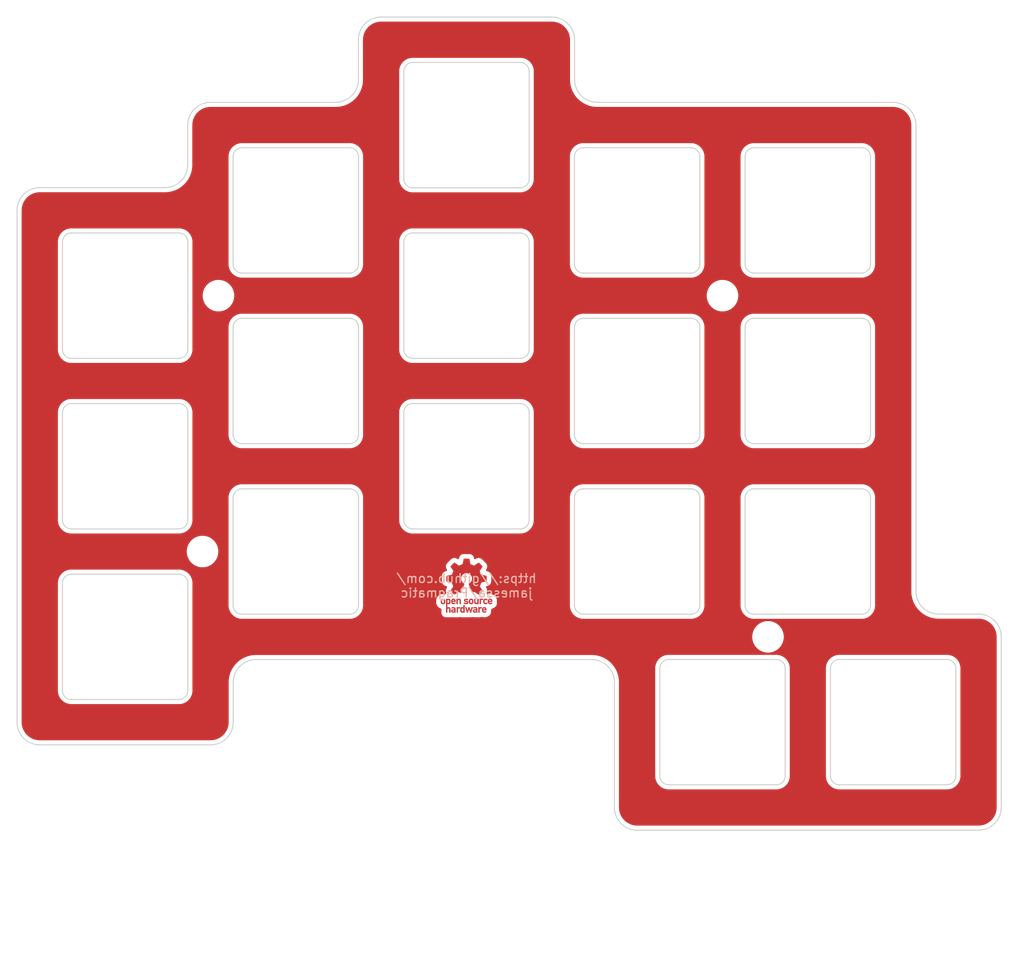
<source format=kicad_pcb>
(kicad_pcb (version 20211014) (generator pcbnew)
  (title_block (title "Pragmatic 5x6 input module") (date "2022-03-22") (rev "3") (company "James Sa"))
  (layers (0 "F.Cu" signal) (31 "B.Cu" signal) (34 "B.Paste" user) (35 "F.Paste" user) (36 "B.SilkS" user "B.Silkscreen") (37 "F.SilkS" user "F.Silkscreen") (38 "B.Mask" user) (39 "F.Mask" user) (44 "Edge.Cuts" user))
  (net 0 "")
  (footprint "Keyboard_JSA:Switch_Hole_Cutout_w_Deco" (layer "F.Cu") (at 57.15 76.2)
    (fp_text reference "SW1" hide)
    (fp_text value "SW_Push" hide)
    (fp_line (start -6 -7) (end 6 -7) (layer "Edge.Cuts") (width 0.12))
    (fp_line (start -6 7) (end 6 7) (layer "Edge.Cuts") (width 0.12))
    (fp_line (start 7 6) (end 7 -6) (layer "Edge.Cuts") (width 0.12))
    (fp_line (start -7 6) (end -7 -6) (layer "Edge.Cuts") (width 0.12))
    (fp_arc (start -7 -6) (mid -6.707107 -6.707107) (end -6 -7) (layer "Edge.Cuts") (width 0.12))
    (fp_arc (start 6 -7) (mid 6.707107 -6.707107) (end 7 -6) (layer "Edge.Cuts") (width 0.12))
    (fp_arc (start -6 7) (mid -6.707107 6.707107) (end -7 6) (layer "Edge.Cuts") (width 0.12))
    (fp_arc (start 7 6) (mid 6.707107 6.707107) (end 6 7) (layer "Edge.Cuts") (width 0.12))
  )
  (footprint "Keyboard_JSA:Switch_Hole_Cutout_w_Deco" (layer "F.Cu") (at 57.15 95.25)
    (fp_text reference "SW7" hide)
    (fp_text value "SW_Push" hide)
    (fp_line (start -6 -7) (end 6 -7) (layer "Edge.Cuts") (width 0.12))
    (fp_line (start 7 6) (end 7 -6) (layer "Edge.Cuts") (width 0.12))
    (fp_line (start -7 6) (end -7 -6) (layer "Edge.Cuts") (width 0.12))
    (fp_line (start -6 7) (end 6 7) (layer "Edge.Cuts") (width 0.12))
    (fp_arc (start 6 -7) (mid 6.707107 -6.707107) (end 7 -6) (layer "Edge.Cuts") (width 0.12))
    (fp_arc (start -6 7) (mid -6.707107 6.707107) (end -7 6) (layer "Edge.Cuts") (width 0.12))
    (fp_arc (start 7 6) (mid 6.707107 6.707107) (end 6 7) (layer "Edge.Cuts") (width 0.12))
    (fp_arc (start -7 -6) (mid -6.707107 -6.707107) (end -6 -7) (layer "Edge.Cuts") (width 0.12))
  )
  (footprint "Keyboard_JSA:Switch_Hole_Cutout_w_Deco" (layer "F.Cu") (at 76.2 85.725)
    (fp_text reference "SW8" hide)
    (fp_text value "SW_Push" hide)
    (fp_line (start -6 -7) (end 6 -7) (layer "Edge.Cuts") (width 0.12))
    (fp_line (start 7 6) (end 7 -6) (layer "Edge.Cuts") (width 0.12))
    (fp_line (start -6 7) (end 6 7) (layer "Edge.Cuts") (width 0.12))
    (fp_line (start -7 6) (end -7 -6) (layer "Edge.Cuts") (width 0.12))
    (fp_arc (start -6 7) (mid -6.707107 6.707107) (end -7 6) (layer "Edge.Cuts") (width 0.12))
    (fp_arc (start 7 6) (mid 6.707107 6.707107) (end 6 7) (layer "Edge.Cuts") (width 0.12))
    (fp_arc (start -7 -6) (mid -6.707107 -6.707107) (end -6 -7) (layer "Edge.Cuts") (width 0.12))
    (fp_arc (start 6 -7) (mid 6.707107 -6.707107) (end 7 -6) (layer "Edge.Cuts") (width 0.12))
  )
  (footprint "Keyboard_JSA:Switch_Hole_Cutout_w_Deco" (layer "F.Cu") (at 76.2 66.675)
    (fp_text reference "SW2" hide)
    (fp_text value "SW_Push" hide)
    (fp_line (start -6 7) (end 6 7) (layer "Edge.Cuts") (width 0.12))
    (fp_line (start -6 -7) (end 6 -7) (layer "Edge.Cuts") (width 0.12))
    (fp_line (start -7 6) (end -7 -6) (layer "Edge.Cuts") (width 0.12))
    (fp_line (start 7 6) (end 7 -6) (layer "Edge.Cuts") (width 0.12))
    (fp_arc (start -7 -6) (mid -6.707107 -6.707107) (end -6 -7) (layer "Edge.Cuts") (width 0.12))
    (fp_arc (start -6 7) (mid -6.707107 6.707107) (end -7 6) (layer "Edge.Cuts") (width 0.12))
    (fp_arc (start 6 -7) (mid 6.707107 -6.707107) (end 7 -6) (layer "Edge.Cuts") (width 0.12))
    (fp_arc (start 7 6) (mid 6.707107 6.707107) (end 6 7) (layer "Edge.Cuts") (width 0.12))
  )
  (footprint "Keyboard_JSA:Switch_Hole_Cutout_w_Deco" (layer "F.Cu") (at 95.25 57.15)
    (fp_text reference "SW3" hide)
    (fp_text value "SW_Push" hide)
    (fp_line (start -6 -7) (end 6 -7) (layer "Edge.Cuts") (width 0.12))
    (fp_line (start -7 6) (end -7 -6) (layer "Edge.Cuts") (width 0.12))
    (fp_line (start 7 6) (end 7 -6) (layer "Edge.Cuts") (width 0.12))
    (fp_line (start -6 7) (end 6 7) (layer "Edge.Cuts") (width 0.12))
    (fp_arc (start -7 -6) (mid -6.707107 -6.707107) (end -6 -7) (layer "Edge.Cuts") (width 0.12))
    (fp_arc (start 7 6) (mid 6.707107 6.707107) (end 6 7) (layer "Edge.Cuts") (width 0.12))
    (fp_arc (start -6 7) (mid -6.707107 6.707107) (end -7 6) (layer "Edge.Cuts") (width 0.12))
    (fp_arc (start 6 -7) (mid 6.707107 -6.707107) (end 7 -6) (layer "Edge.Cuts") (width 0.12))
  )
  (footprint "Keyboard_JSA:Switch_Hole_Cutout_w_Deco" (layer "F.Cu") (at 114.3 66.675)
    (fp_text reference "SW4" hide)
    (fp_text value "SW_Push" hide)
    (fp_line (start -6 -7) (end 6 -7) (layer "Edge.Cuts") (width 0.12))
    (fp_line (start -6 7) (end 6 7) (layer "Edge.Cuts") (width 0.12))
    (fp_line (start -7 6) (end -7 -6) (layer "Edge.Cuts") (width 0.12))
    (fp_line (start 7 6) (end 7 -6) (layer "Edge.Cuts") (width 0.12))
    (fp_arc (start -7 -6) (mid -6.707107 -6.707107) (end -6 -7) (layer "Edge.Cuts") (width 0.12))
    (fp_arc (start -6 7) (mid -6.707107 6.707107) (end -7 6) (layer "Edge.Cuts") (width 0.12))
    (fp_arc (start 6 -7) (mid 6.707107 -6.707107) (end 7 -6) (layer "Edge.Cuts") (width 0.12))
    (fp_arc (start 7 6) (mid 6.707107 6.707107) (end 6 7) (layer "Edge.Cuts") (width 0.12))
  )
  (footprint "Keyboard_JSA:Switch_Hole_Cutout_w_Deco" (layer "F.Cu") (at 133.35 66.675)
    (fp_text reference "SW5" hide)
    (fp_text value "SW_Push" hide)
    (fp_line (start -6 -7) (end 6 -7) (layer "Edge.Cuts") (width 0.12))
    (fp_line (start -6 7) (end 6 7) (layer "Edge.Cuts") (width 0.12))
    (fp_line (start 7 6) (end 7 -6) (layer "Edge.Cuts") (width 0.12))
    (fp_line (start -7 6) (end -7 -6) (layer "Edge.Cuts") (width 0.12))
    (fp_arc (start 7 6) (mid 6.707107 6.707107) (end 6 7) (layer "Edge.Cuts") (width 0.12))
    (fp_arc (start -6 7) (mid -6.707107 6.707107) (end -7 6) (layer "Edge.Cuts") (width 0.12))
    (fp_arc (start 6 -7) (mid 6.707107 -6.707107) (end 7 -6) (layer "Edge.Cuts") (width 0.12))
    (fp_arc (start -7 -6) (mid -6.707107 -6.707107) (end -6 -7) (layer "Edge.Cuts") (width 0.12))
  )
  (footprint "Keyboard_JSA:Switch_Hole_Cutout_w_Deco" (layer "F.Cu") (at 95.25 76.2)
    (fp_text reference "SW9" hide)
    (fp_text value "SW_Push" hide)
    (fp_line (start 7 6) (end 7 -6) (layer "Edge.Cuts") (width 0.12))
    (fp_line (start -6 -7) (end 6 -7) (layer "Edge.Cuts") (width 0.12))
    (fp_line (start -6 7) (end 6 7) (layer "Edge.Cuts") (width 0.12))
    (fp_line (start -7 6) (end -7 -6) (layer "Edge.Cuts") (width 0.12))
    (fp_arc (start -7 -6) (mid -6.707107 -6.707107) (end -6 -7) (layer "Edge.Cuts") (width 0.12))
    (fp_arc (start 6 -7) (mid 6.707107 -6.707107) (end 7 -6) (layer "Edge.Cuts") (width 0.12))
    (fp_arc (start 7 6) (mid 6.707107 6.707107) (end 6 7) (layer "Edge.Cuts") (width 0.12))
    (fp_arc (start -6 7) (mid -6.707107 6.707107) (end -7 6) (layer "Edge.Cuts") (width 0.12))
  )
  (footprint "Keyboard_JSA:Switch_Hole_Cutout_w_Deco" (layer "F.Cu") (at 114.3 85.725)
    (fp_text reference "SW10" hide)
    (fp_text value "SW_Push" hide)
    (fp_line (start -7 6) (end -7 -6) (layer "Edge.Cuts") (width 0.12))
    (fp_line (start -6 7) (end 6 7) (layer "Edge.Cuts") (width 0.12))
    (fp_line (start -6 -7) (end 6 -7) (layer "Edge.Cuts") (width 0.12))
    (fp_line (start 7 6) (end 7 -6) (layer "Edge.Cuts") (width 0.12))
    (fp_arc (start -6 7) (mid -6.707107 6.707107) (end -7 6) (layer "Edge.Cuts") (width 0.12))
    (fp_arc (start -7 -6) (mid -6.707107 -6.707107) (end -6 -7) (layer "Edge.Cuts") (width 0.12))
    (fp_arc (start 7 6) (mid 6.707107 6.707107) (end 6 7) (layer "Edge.Cuts") (width 0.12))
    (fp_arc (start 6 -7) (mid 6.707107 -6.707107) (end 7 -6) (layer "Edge.Cuts") (width 0.12))
  )
  (footprint "Keyboard_JSA:Switch_Hole_Cutout_w_Deco" (layer "F.Cu") (at 133.35 85.725)
    (fp_text reference "SW11" hide)
    (fp_text value "SW_Push" hide)
    (fp_line (start -7 6) (end -7 -6) (layer "Edge.Cuts") (width 0.12))
    (fp_line (start -6 -7) (end 6 -7) (layer "Edge.Cuts") (width 0.12))
    (fp_line (start 7 6) (end 7 -6) (layer "Edge.Cuts") (width 0.12))
    (fp_line (start -6 7) (end 6 7) (layer "Edge.Cuts") (width 0.12))
    (fp_arc (start -6 7) (mid -6.707107 6.707107) (end -7 6) (layer "Edge.Cuts") (width 0.12))
    (fp_arc (start -7 -6) (mid -6.707107 -6.707107) (end -6 -7) (layer "Edge.Cuts") (width 0.12))
    (fp_arc (start 6 -7) (mid 6.707107 -6.707107) (end 7 -6) (layer "Edge.Cuts") (width 0.12))
    (fp_arc (start 7 6) (mid 6.707107 6.707107) (end 6 7) (layer "Edge.Cuts") (width 0.12))
  )
  (footprint "Keyboard_JSA:Switch_Hole_Cutout_w_Deco" (layer "F.Cu") (at 57.15 114.3)
    (fp_text reference "SW13" hide)
    (fp_text value "SW_Push" hide)
    (fp_line (start -6 7) (end 6 7) (layer "Edge.Cuts") (width 0.12))
    (fp_line (start -7 6) (end -7 -6) (layer "Edge.Cuts") (width 0.12))
    (fp_line (start -6 -7) (end 6 -7) (layer "Edge.Cuts") (width 0.12))
    (fp_line (start 7 6) (end 7 -6) (layer "Edge.Cuts") (width 0.12))
    (fp_arc (start -7 -6) (mid -6.707107 -6.707107) (end -6 -7) (layer "Edge.Cuts") (width 0.12))
    (fp_arc (start 6 -7) (mid 6.707107 -6.707107) (end 7 -6) (layer "Edge.Cuts") (width 0.12))
    (fp_arc (start -6 7) (mid -6.707107 6.707107) (end -7 6) (layer "Edge.Cuts") (width 0.12))
    (fp_arc (start 7 6) (mid 6.707107 6.707107) (end 6 7) (layer "Edge.Cuts") (width 0.12))
  )
  (footprint "Keyboard_JSA:Switch_Hole_Cutout_w_Deco" (layer "F.Cu") (at 76.2 104.775)
    (fp_text reference "SW14" hide)
    (fp_text value "SW_Push" hide)
    (fp_line (start 7 6) (end 7 -6) (layer "Edge.Cuts") (width 0.12))
    (fp_line (start -7 6) (end -7 -6) (layer "Edge.Cuts") (width 0.12))
    (fp_line (start -6 7) (end 6 7) (layer "Edge.Cuts") (width 0.12))
    (fp_line (start -6 -7) (end 6 -7) (layer "Edge.Cuts") (width 0.12))
    (fp_arc (start 7 6) (mid 6.707107 6.707107) (end 6 7) (layer "Edge.Cuts") (width 0.12))
    (fp_arc (start -6 7) (mid -6.707107 6.707107) (end -7 6) (layer "Edge.Cuts") (width 0.12))
    (fp_arc (start -7 -6) (mid -6.707107 -6.707107) (end -6 -7) (layer "Edge.Cuts") (width 0.12))
    (fp_arc (start 6 -7) (mid 6.707107 -6.707107) (end 7 -6) (layer "Edge.Cuts") (width 0.12))
  )
  (footprint "Keyboard_JSA:Switch_Hole_Cutout_w_Deco" (layer "F.Cu") (at 95.25 95.25)
    (fp_text reference "SW15" hide)
    (fp_text value "SW_Push" hide)
    (fp_line (start -6 7) (end 6 7) (layer "Edge.Cuts") (width 0.12))
    (fp_line (start -6 -7) (end 6 -7) (layer "Edge.Cuts") (width 0.12))
    (fp_line (start 7 6) (end 7 -6) (layer "Edge.Cuts") (width 0.12))
    (fp_line (start -7 6) (end -7 -6) (layer "Edge.Cuts") (width 0.12))
    (fp_arc (start -6 7) (mid -6.707107 6.707107) (end -7 6) (layer "Edge.Cuts") (width 0.12))
    (fp_arc (start 7 6) (mid 6.707107 6.707107) (end 6 7) (layer "Edge.Cuts") (width 0.12))
    (fp_arc (start 6 -7) (mid 6.707107 -6.707107) (end 7 -6) (layer "Edge.Cuts") (width 0.12))
    (fp_arc (start -7 -6) (mid -6.707107 -6.707107) (end -6 -7) (layer "Edge.Cuts") (width 0.12))
  )
  (footprint "Keyboard_JSA:Switch_Hole_Cutout_w_Deco" (layer "F.Cu") (at 114.3 104.775)
    (fp_text reference "SW16" hide)
    (fp_text value "SW_Push" hide)
    (fp_line (start -7 6) (end -7 -6) (layer "Edge.Cuts") (width 0.12))
    (fp_line (start 7 6) (end 7 -6) (layer "Edge.Cuts") (width 0.12))
    (fp_line (start -6 7) (end 6 7) (layer "Edge.Cuts") (width 0.12))
    (fp_line (start -6 -7) (end 6 -7) (layer "Edge.Cuts") (width 0.12))
    (fp_arc (start 6 -7) (mid 6.707107 -6.707107) (end 7 -6) (layer "Edge.Cuts") (width 0.12))
    (fp_arc (start -6 7) (mid -6.707107 6.707107) (end -7 6) (layer "Edge.Cuts") (width 0.12))
    (fp_arc (start -7 -6) (mid -6.707107 -6.707107) (end -6 -7) (layer "Edge.Cuts") (width 0.12))
    (fp_arc (start 7 6) (mid 6.707107 6.707107) (end 6 7) (layer "Edge.Cuts") (width 0.12))
  )
  (footprint "Keyboard_JSA:Switch_Hole_Cutout_w_Deco" (layer "F.Cu") (at 133.35 104.775)
    (fp_text reference "SW17" hide)
    (fp_text value "SW_Push" hide)
    (fp_line (start -7 6) (end -7 -6) (layer "Edge.Cuts") (width 0.12))
    (fp_line (start -6 -7) (end 6 -7) (layer "Edge.Cuts") (width 0.12))
    (fp_line (start 7 6) (end 7 -6) (layer "Edge.Cuts") (width 0.12))
    (fp_line (start -6 7) (end 6 7) (layer "Edge.Cuts") (width 0.12))
    (fp_arc (start -7 -6) (mid -6.707107 -6.707107) (end -6 -7) (layer "Edge.Cuts") (width 0.12))
    (fp_arc (start 7 6) (mid 6.707107 6.707107) (end 6 7) (layer "Edge.Cuts") (width 0.12))
    (fp_arc (start 6 -7) (mid 6.707107 -6.707107) (end 7 -6) (layer "Edge.Cuts") (width 0.12))
    (fp_arc (start -6 7) (mid -6.707107 6.707107) (end -7 6) (layer "Edge.Cuts") (width 0.12))
  )
  (footprint "Keyboard_JSA:Switch_Hole_Cutout_w_Deco" (layer "F.Cu") (at 123.825 123.825)
    (fp_text reference "SW22" hide)
    (fp_text value "SW_Push" hide)
    (fp_line (start -6 7) (end 6 7) (layer "Edge.Cuts") (width 0.12))
    (fp_line (start -6 -7) (end 6 -7) (layer "Edge.Cuts") (width 0.12))
    (fp_line (start 7 6) (end 7 -6) (layer "Edge.Cuts") (width 0.12))
    (fp_line (start -7 6) (end -7 -6) (layer "Edge.Cuts") (width 0.12))
    (fp_arc (start -6 7) (mid -6.707107 6.707107) (end -7 6) (layer "Edge.Cuts") (width 0.12))
    (fp_arc (start 7 6) (mid 6.707107 6.707107) (end 6 7) (layer "Edge.Cuts") (width 0.12))
    (fp_arc (start -7 -6) (mid -6.707107 -6.707107) (end -6 -7) (layer "Edge.Cuts") (width 0.12))
    (fp_arc (start 6 -7) (mid 6.707107 -6.707107) (end 7 -6) (layer "Edge.Cuts") (width 0.12))
  )
  (footprint "Keyboard_JSA:Switch_Hole_Cutout_w_Deco" (layer "F.Cu") (at 142.875 123.825)
    (fp_text reference "SW23" hide)
    (fp_text value "SW_Push" hide)
    (fp_line (start -6 7) (end 6 7) (layer "Edge.Cuts") (width 0.12))
    (fp_line (start 7 6) (end 7 -6) (layer "Edge.Cuts") (width 0.12))
    (fp_line (start -6 -7) (end 6 -7) (layer "Edge.Cuts") (width 0.12))
    (fp_line (start -7 6) (end -7 -6) (layer "Edge.Cuts") (width 0.12))
    (fp_arc (start 6 -7) (mid 6.707107 -6.707107) (end 7 -6) (layer "Edge.Cuts") (width 0.12))
    (fp_arc (start -7 -6) (mid -6.707107 -6.707107) (end -6 -7) (layer "Edge.Cuts") (width 0.12))
    (fp_arc (start 7 6) (mid 6.707107 6.707107) (end 6 7) (layer "Edge.Cuts") (width 0.12))
    (fp_arc (start -6 7) (mid -6.707107 6.707107) (end -7 6) (layer "Edge.Cuts") (width 0.12))
  )
  (footprint "MountingHole:MountingHole_2.5mm" (layer "F.Cu") (at 67.564 76.2)
    (fp_text reference "H1")
    (fp_text value "MountingHole")
    (pad "" np_thru_hole circle (at 0 0) (size 2.5 2.5) (drill 2.5) (layers *.Cu *.Mask))
  )
  (footprint "MountingHole:MountingHole_2.5mm" (layer "F.Cu") (at 65.786 104.775)
    (fp_text reference "H2")
    (fp_text value "MountingHole")
    (pad "" np_thru_hole circle (at 0 0) (size 2.5 2.5) (drill 2.5) (layers *.Cu *.Mask))
  )
  (footprint "MountingHole:MountingHole_2.5mm" (layer "F.Cu") (at 123.825 76.2)
    (fp_text reference "H3")
    (fp_text value "MountingHole")
    (pad "" np_thru_hole circle (at 0 0) (size 2.5 2.5) (drill 2.5) (layers *.Cu *.Mask))
  )
  (footprint "MountingHole:MountingHole_2.5mm" (layer "F.Cu") (at 128.905 114.3)
    (fp_text reference "H4")
    (fp_text value "MountingHole")
    (pad "" np_thru_hole circle (at 0 0) (size 2.5 2.5) (drill 2.5) (layers *.Cu *.Mask))
  )
  (footprint "Symbol:OSHW-Logo_5.7x6mm_Copper" (layer "F.Cu") (at 95.25 108.585)
    (fp_text reference "LOGO1" hide)
    (fp_text value "Logo_Open_Hardware_Small" hide)
    (fp_poly (pts (xy 1.038411 2.405417) (xy 1.091411 2.41829) (xy 1.106731 2.42511) (xy 1.136428 2.442974) (xy 1.15922 2.463093) (xy 1.176083 2.488962) (xy 1.187998 2.524073) (xy 1.195942 2.57192) (xy 1.200894 2.635996) (xy 1.203831 2.719794) (xy 1.204947 2.775768) (xy 1.209052 3.017822) (xy 1.138932 3.017822) (xy 1.096393 3.016038) (xy 1.074476 3.009942) (xy 1.068812 2.999706) (xy 1.065821 2.988637) (xy 1.052451 2.990754) (xy 1.034233 2.999629) (xy 0.988624 3.013233) (xy 0.930007 3.016899) (xy 0.868354 3.010903) (xy 0.813638 2.995521) (xy 0.80873 2.993386) (xy 0.758723 2.958255) (xy 0.725756 2.909419) (xy 0.710587 2.852333) (xy 0.711746 2.831824) (xy 0.835508 2.831824) (xy 0.846413 2.859425) (xy 0.878745 2.879204) (xy 0.93091 2.889819) (xy 0.958787 2.891228) (xy 1.005247 2.88762) (xy 1.036129 2.873597) (xy 1.043664 2.866931) (xy 1.064076 2.830666) (xy 1.068812 2.797773) (xy 1.068812 2.753763) (xy 1.007513 2.753763) (xy 0.936256 2.757395) (xy 0.886276 2.768818) (xy 0.854696 2.788824) (xy 0.847626 2.797743) (xy 0.835508 2.831824) (xy 0.711746 2.831824) (xy 0.713971 2.792456) (xy 0.736663 2.735244) (xy 0.767624 2.69658) (xy 0.786376 2.679864) (xy 0.804733 2.668878) (xy 0.828619 2.66218) (xy 0.863957 2.658326) (xy 0.916669 2.655873) (xy 0.937577 2.655168) (xy 1.068812 2.650879) (xy 1.06862 2.611158) (xy 1.063537 2.569405) (xy 1.045162 2.544158) (xy 1.008039 2.52803) (xy 1.007043 2.527742) (xy 0.95441 2.5214) (xy 0.902906 2.529684) (xy 0.86463 2.549827) (xy 0.849272 2.559773) (xy 0.83273 2.558397) (xy 0.807275 2.543987) (xy 0.792328 2.533817) (xy 0.763091 2.512088) (xy 0.74498 2.4958) (xy 0.742074 2.491137) (xy 0.75404 2.467005) (xy 0.789396 2.438185) (xy 0.804753 2.428461) (xy 0.848901 2.411714) (xy 0.908398 2.402227) (xy 0.974487 2.400095) (xy 1.038411 2.405417)) (layer "F.Cu") (width 0.01) (fill solid))
    (fp_poly (pts (xy 1.635255 2.401486) (xy 1.683595 2.411015) (xy 1.711114 2.425125) (xy 1.740064 2.448568) (xy 1.698876 2.500571) (xy 1.673482 2.532064) (xy 1.656238 2.547428) (xy 1.639102 2.549776) (xy 1.614027 2.542217) (xy 1.602257 2.537941) (xy 1.55427 2.531631) (xy 1.510324 2.545156) (xy 1.47806 2.57571) (xy 1.472819 2.585452) (xy 1.467112 2.611258) (xy 1.462706 2.658817) (xy 1.459811 2.724758) (xy 1.458631 2.80571) (xy 1.458614 2.817226) (xy 1.458614 3.017822) (xy 1.320297 3.017822) (xy 1.320297 2.401683) (xy 1.389456 2.401683) (xy 1.429333 2.402725) (xy 1.450107 2.407358) (xy 1.457789 2.417849) (xy 1.458614 2.427745) (xy 1.458614 2.453806) (xy 1.491745 2.427745) (xy 1.529735 2.409965) (xy 1.58077 2.401174) (xy 1.635255 2.401486)) (layer "F.Cu") (width 0.01) (fill solid))
    (fp_poly (pts (xy -0.754012 1.469002) (xy -0.722717 1.48395) (xy -0.692409 1.505541) (xy -0.669318 1.530391) (xy -0.6525 1.562087) (xy -0.641006 1.604214) (xy -0.633891 1.660358) (xy -0.630207 1.734106) (xy -0.629008 1.829044) (xy -0.628989 1.838985) (xy -0.628713 2.062179) (xy -0.76703 2.062179) (xy -0.76703 1.856418) (xy -0.767128 1.780189) (xy -0.767809 1.724939) (xy -0.769651 1.686501) (xy -0.773233 1.660706) (xy -0.779132 1.643384) (xy -0.787927 1.630368) (xy -0.80018 1.617507) (xy -0.843047 1.589873) (xy -0.889843 1.584745) (xy -0.934424 1.602217) (xy -0.949928 1.615221) (xy -0.96131 1.627447) (xy -0.969481 1.64054) (xy -0.974974 1.658615) (xy -0.97832 1.685787) (xy -0.980051 1.72617) (xy -0.980697 1.783879) (xy -0.980792 1.854132) (xy -0.980792 2.062179) (xy -1.119109 2.062179) (xy -1.119109 1.458614) (xy -1.04995 1.458614) (xy -1.008428 1.460256) (xy -0.987006 1.466087) (xy -0.980795 1.477461) (xy -0.980792 1.477798) (xy -0.97791 1.488938) (xy -0.965199 1.487674) (xy -0.939926 1.475434) (xy -0.882605 1.457424) (xy -0.817037 1.455421) (xy -0.754012 1.469002)) (layer "F.Cu") (width 0.01) (fill solid))
    (fp_poly (pts (xy -1.356699 1.472614) (xy -1.344168 1.478514) (xy -1.300799 1.510283) (xy -1.25979 1.556646) (xy -1.229168 1.607696) (xy -1.220459 1.631166) (xy -1.212512 1.673091) (xy -1.207774 1.723757) (xy -1.207199 1.744679) (xy -1.207129 1.810693) (xy -1.587083 1.810693) (xy -1.578983 1.845273) (xy -1.559104 1.88617) (xy -1.524347 1.921514) (xy -1.482998 1.944282) (xy -1.456649 1.94901) (xy -1.420916 1.943273) (xy -1.378282 1.928882) (xy -1.363799 1.922262) (xy -1.31024 1.895513) (xy -1.264533 1.930376) (xy -1.238158 1.953955) (xy -1.224124 1.973417) (xy -1.223414 1.979129) (xy -1.235951 1.992973) (xy -1.263428 2.014012) (xy -1.288366 2.030425) (xy -1.355664 2.05993) (xy -1.43111 2.073284) (xy -1.505888 2.069812) (xy -1.565495 2.051663) (xy -1.626941 2.012784) (xy -1.670608 1.961595) (xy -1.697926 1.895367) (xy -1.710322 1.811371) (xy -1.711421 1.772936) (xy -1.707022 1.684861) (xy -1.706482 1.682299) (xy -1.580582 1.682299) (xy -1.577115 1.690558) (xy -1.562863 1.695113) (xy -1.53347 1.697065) (xy -1.484575 1.697517) (xy -1.465748 1.697525) (xy -1.408467 1.696843) (xy -1.372141 1.694364) (xy -1.352604 1.689443) (xy -1.34569 1.681434) (xy -1.345445 1.678862) (xy -1.353336 1.658423) (xy -1.373085 1.629789) (xy -1.381575 1.619763) (xy -1.413094 1.591408) (xy -1.445949 1.580259) (xy -1.463651 1.579327) (xy -1.511539 1.590981) (xy -1.551699 1.622285) (xy -1.577173 1.667752) (xy -1.577625 1.669233) (xy -1.580582 1.682299) (xy -1.706482 1.682299) (xy -1.692392 1.61551) (xy -1.666038 1.560025) (xy -1.633807 1.520639) (xy -1.574217 1.477931) (xy -1.504168 1.455109) (xy -1.429661 1.453046) (xy -1.356699 1.472614)) (layer "F.Cu") (width 0.01) (fill solid))
    (fp_poly (pts (xy 2.677898 1.456457) (xy 2.710096 1.464279) (xy 2.771825 1.492921) (xy 2.82461 1.536667) (xy 2.861141 1.589117) (xy 2.86616 1.600893) (xy 2.873045 1.63174) (xy 2.877864 1.677371) (xy 2.879505 1.723492) (xy 2.879505 1.810693) (xy 2.697178 1.810693) (xy 2.621979 1.810978) (xy 2.569003 1.812704) (xy 2.535325 1.817181) (xy 2.51802 1.82572) (xy 2.514163 1.83963) (xy 2.520829 1.860222) (xy 2.53277 1.884315) (xy 2.56608 1.924525) (xy 2.612368 1.944558) (xy 2.668944 1.943905) (xy 2.733031 1.922101) (xy 2.788417 1.895193) (xy 2.834375 1.931532) (xy 2.880333 1.967872) (xy 2.837096 2.007819) (xy 2.779374 2.045563) (xy 2.708386 2.06832) (xy 2.632029 2.074688) (xy 2.558199 2.063268) (xy 2.546287 2.059393) (xy 2.481399 2.025506) (xy 2.43313 1.974986) (xy 2.400465 1.906325) (xy 2.382385 1.818014) (xy 2.382175 1.816121) (xy 2.380556 1.719878) (xy 2.3871 1.685542) (xy 2.514852 1.685542) (xy 2.526584 1.690822) (xy 2.558438 1.694867) (xy 2.605397 1.697176) (xy 2.635154 1.697525) (xy 2.690648 1.697306) (xy 2.725346 1.695916) (xy 2.743601 1.692251) (xy 2.749766 1.68521) (xy 2.748195 1.67369) (xy 2.746878 1.669233) (xy 2.724382 1.627355) (xy 2.689003 1.593604) (xy 2.65778 1.578773) (xy 2.616301 1.579668) (xy 2.574269 1.598164) (xy 2.539012 1.628786) (xy 2.517854 1.666062) (xy 2.514852 1.685542) (xy 2.3871 1.685542) (xy 2.39669 1.635229) (xy 2.428698 1.564191) (xy 2.474701 1.508779) (xy 2.532821 1.471009) (xy 2.60118 1.452896) (xy 2.677898 1.456457)) (layer "F.Cu") (width 0.01) (fill solid))
    (fp_poly (pts (xy 0.014017 1.456452) (xy 0.061634 1.465482) (xy 0.111034 1.48437) (xy 0.116312 1.486777) (xy 0.153774 1.506476) (xy 0.179717 1.524781) (xy 0.188103 1.536508) (xy 0.180117 1.555632) (xy 0.16072 1.58385) (xy 0.15211 1.594384) (xy 0.116628 1.635847) (xy 0.070885 1.608858) (xy 0.02735 1.590878) (xy -0.02295 1.581267) (xy -0.071188 1.58066) (xy -0.108533 1.589691) (xy -0.117495 1.595327) (xy -0.134563 1.621171) (xy -0.136637 1.650941) (xy -0.123866 1.674197) (xy -0.116312 1.678708) (xy -0.093675 1.684309) (xy -0.053885 1.690892) (xy -0.004834 1.697183) (xy 0.004215 1.69817) (xy 0.082996 1.711798) (xy 0.140136 1.734946) (xy 0.17803 1.769752) (xy 0.199079 1.818354) (xy 0.205635 1.877718) (xy 0.196577 1.945198) (xy 0.167164 1.998188) (xy 0.117278 2.036783) (xy 0.0468 2.061081) (xy -0.031435 2.070667) (xy -0.095234 2.070552) (xy -0.146984 2.061845) (xy -0.182327 2.049825) (xy -0.226983 2.02888) (xy -0.268253 2.004574) (xy -0.282921 1.993876) (xy -0.320643 1.963084) (xy -0.275148 1.917049) (xy -0.229653 1.871013) (xy -0.177928 1.905243) (xy -0.126048 1.930952) (xy -0.070649 1.944399) (xy -0.017395 1.945818) (xy 0.028049 1.935443) (xy 0.060016 1.913507) (xy 0.070338 1.894998) (xy 0.068789 1.865314) (xy 0.04314 1.842615) (xy -0.00654 1.82694) (xy -0.060969 1.819695) (xy -0.144736 1.805873) (xy -0.206967 1.779796) (xy -0.248493 1.740699) (xy -0.270147 1.68782) (xy -0.273147 1.625126) (xy -0.258329 1.559642) (xy -0.224546 1.510144) (xy -0.171495 1.476408) (xy -0.098874 1.458207) (xy -0.045072 1.454639) (xy 0.014017 1.456452)) (layer "F.Cu") (width 0.01) (fill solid))
    (fp_poly (pts (xy 2.032581 2.40497) (xy 2.092685 2.420597) (xy 2.143021 2.452848) (xy 2.167393 2.47694) (xy 2.207345 2.533895) (xy 2.230242 2.599965) (xy 2.238108 2.681182) (xy 2.238148 2.687748) (xy 2.238218 2.753763) (xy 1.858264 2.753763) (xy 1.866363 2.788342) (xy 1.880987 2.819659) (xy 1.906581 2.852291) (xy 1.911935 2.8575) (xy 1.957943 2.885694) (xy 2.01041 2.890475) (xy 2.070803 2.871926) (xy 2.08104 2.866931) (xy 2.112439 2.851745) (xy 2.13347 2.843094) (xy 2.137139 2.842293) (xy 2.149948 2.850063) (xy 2.174378 2.869072) (xy 2.186779 2.87946) (xy 2.212476 2.903321) (xy 2.220915 2.919077) (xy 2.215058 2.933571) (xy 2.211928 2.937534) (xy 2.190725 2.954879) (xy 2.155738 2.975959) (xy 2.131337 2.988265) (xy 2.062072 3.009946) (xy 1.985388 3.016971) (xy 1.912765 3.008647) (xy 1.892426 3.002686) (xy 1.829476 2.968952) (xy 1.782815 2.917045) (xy 1.752173 2.846459) (xy 1.737282 2.756692) (xy 1.735647 2.709753) (xy 1.740421 2.641413) (xy 1.86099 2.641413) (xy 1.872652 2.646465) (xy 1.903998 2.650429) (xy 1.949571 2.652768) (xy 1.980446 2.653169) (xy 2.035981 2.652783) (xy 2.071033 2.650975) (xy 2.090262 2.646773) (xy 2.09833 2.639203) (xy 2.099901 2.628218) (xy 2.089121 2.594381) (xy 2.06198 2.56094) (xy 2.026277 2.535272) (xy 1.99056 2.524772) (xy 1.942048 2.534086) (xy 1.900053 2.561013) (xy 1.870936 2.599827) (xy 1.86099 2.641413) (xy 1.740421 2.641413) (xy 1.742599 2.610236) (xy 1.764055 2.530949) (xy 1.80047 2.471263) (xy 1.852297 2.430549) (xy 1.91999 2.408179) (xy 1.956662 2.403871) (xy 2.032581 2.40497)) (layer "F.Cu") (width 0.01) (fill solid))
    (fp_poly (pts (xy -2.538261 1.465148) (xy -2.472479 1.494231) (xy -2.42254 1.542793) (xy -2.388374 1.610908) (xy -2.369907 1.698651) (xy -2.368583 1.712351) (xy -2.367546 1.808939) (xy -2.380993 1.893602) (xy -2.408108 1.962221) (xy -2.422627 1.984294) (xy -2.473201 2.031011) (xy -2.537609 2.061268) (xy -2.609666 2.073824) (xy -2.683185 2.067439) (xy -2.739072 2.047772) (xy -2.787132 2.014629) (xy -2.826412 1.971175) (xy -2.827092 1.970158) (xy -2.843044 1.943338) (xy -2.85341 1.916368) (xy -2.859688 1.882332) (xy -2.863373 1.83431) (xy -2.864997 1.794931) (xy -2.865672 1.759219) (xy -2.739955 1.759219) (xy -2.738726 1.79477) (xy -2.734266 1.842094) (xy -2.726397 1.872465) (xy -2.712207 1.894072) (xy -2.698917 1.906694) (xy -2.651802 1.933122) (xy -2.602505 1.936653) (xy -2.556593 1.917639) (xy -2.533638 1.896331) (xy -2.517096 1.874859) (xy -2.507421 1.854313) (xy -2.503174 1.827574) (xy -2.50292 1.787523) (xy -2.504228 1.750638) (xy -2.507043 1.697947) (xy -2.511505 1.663772) (xy -2.519548 1.64148) (xy -2.533103 1.624442) (xy -2.543845 1.614703) (xy -2.588777 1.589123) (xy -2.637249 1.587847) (xy -2.677894 1.602999) (xy -2.712567 1.634642) (xy -2.733224 1.68662) (xy -2.739955 1.759219) (xy -2.865672 1.759219) (xy -2.866479 1.716621) (xy -2.863948 1.658056) (xy -2.856362 1.614007) (xy -2.842681 1.579248) (xy -2.821865 1.548551) (xy -2.814147 1.539436) (xy -2.765889 1.494021) (xy -2.714128 1.467493) (xy -2.650828 1.456379) (xy -2.619961 1.455471) (xy -2.538261 1.465148)) (layer "F.Cu") (width 0.01) (fill solid))
    (fp_poly (pts (xy 0.993367 1.654342) (xy 0.994555 1.746563) (xy 0.998897 1.81661) (xy 1.007558 1.867381) (xy 1.021704 1.901772) (xy 1.0425 1.922679) (xy 1.07111 1.933) (xy 1.106535 1.935636) (xy 1.143636 1.932682) (xy 1.171818 1.921889) (xy 1.192243 1.90036) (xy 1.206079 1.865199) (xy 1.214491 1.81351) (xy 1.218643 1.742394) (xy 1.219703 1.654342) (xy 1.219703 1.458614) (xy 1.35802 1.458614) (xy 1.35802 2.062179) (xy 1.288862 2.062179) (xy 1.24717 2.060489) (xy 1.225701 2.054556) (xy 1.219703 2.043293) (xy 1.216091 2.033261) (xy 1.201714 2.035383) (xy 1.172736 2.04958) (xy 1.106319 2.07148) (xy 1.035875 2.069928) (xy 0.968377 2.046147) (xy 0.936233 2.027362) (xy 0.911715 2.007022) (xy 0.893804 1.981573) (xy 0.881479 1.947458) (xy 0.873723 1.901121) (xy 0.869516 1.839007) (xy 0.86784 1.757561) (xy 0.867624 1.694578) (xy 0.867624 1.458614) (xy 0.993367 1.458614) (xy 0.993367 1.654342)) (layer "F.Cu") (width 0.01) (fill solid))
    (fp_poly (pts (xy 0.281524 2.404237) (xy 0.331255 2.407971) (xy 0.461291 2.797773) (xy 0.481678 2.728614) (xy 0.493946 2.685874) (xy 0.510085 2.628115) (xy 0.527512 2.564625) (xy 0.536726 2.53057) (xy 0.571388 2.401683) (xy 0.714391 2.401683) (xy 0.671646 2.536857) (xy 0.650596 2.603342) (xy 0.625167 2.683539) (xy 0.59861 2.767193) (xy 0.574902 2.841782) (xy 0.520902 3.011535) (xy 0.462598 3.015328) (xy 0.404295 3.019122) (xy 0.372679 2.914734) (xy 0.353182 2.849889) (xy 0.331904 2.7784) (xy 0.313308 2.715263) (xy 0.312574 2.71275) (xy 0.298684 2.669969) (xy 0.286429 2.640779) (xy 0.277846 2.629741) (xy 0.276082 2.631018) (xy 0.269891 2.64813) (xy 0.258128 2.684787) (xy 0.242225 2.736378) (xy 0.223614 2.798294) (xy 0.213543 2.832352) (xy 0.159007 3.017822) (xy 0.043264 3.017822) (xy -0.049263 2.725471) (xy -0.075256 2.643462) (xy -0.098934 2.568987) (xy -0.11918 2.505544) (xy -0.134874 2.456632) (xy -0.144898 2.425749) (xy -0.147945 2.416726) (xy -0.145533 2.407487) (xy -0.126592 2.403441) (xy -0.087177 2.403846) (xy -0.081007 2.404152) (xy -0.007914 2.407971) (xy 0.039957 2.58401) (xy 0.057553 2.648211) (xy 0.073277 2.704649) (xy 0.085746 2.748422) (xy 0.093574 2.77463) (xy 0.09502 2.778903) (xy 0.101014 2.77399) (xy 0.113101 2.748532) (xy 0.129893 2.705997) (xy 0.150003 2.64985) (xy 0.167003 2.59913) (xy 0.231794 2.400504) (xy 0.281524 2.404237)) (layer "F.Cu") (width 0.01) (fill solid))
    (fp_poly (pts (xy 0.610762 1.466055) (xy 0.674363 1.500692) (xy 0.724123 1.555372) (xy 0.747568 1.599842) (xy 0.757634 1.639121) (xy 0.764156 1.695116) (xy 0.766951 1.759621) (xy 0.765836 1.824429) (xy 0.760626 1.881334) (xy 0.754541 1.911727) (xy 0.734014 1.953306) (xy 0.698463 1.997468) (xy 0.655619 2.036087) (xy 0.613211 2.061034) (xy 0.612177 2.06143) (xy 0.559553 2.072331) (xy 0.497188 2.072601) (xy 0.437924 2.062676) (xy 0.41504 2.054722) (xy 0.356102 2.0213) (xy 0.31389 1.977511) (xy 0.286156 1.919538) (xy 0.270651 1.843565) (xy 0.267143 1.803771) (xy 0.26759 1.753766) (xy 0.402376 1.753766) (xy 0.406917 1.826732) (xy 0.419986 1.882334) (xy 0.440756 1.917861) (xy 0.455552 1.92802) (xy 0.493464 1.935104) (xy 0.538527 1.933007) (xy 0.577487 1.922812) (xy 0.587704 1.917204) (xy 0.614659 1.884538) (xy 0.632451 1.834545) (xy 0.640024 1.773705) (xy 0.636325 1.708497) (xy 0.628057 1.669253) (xy 0.60432 1.623805) (xy 0.566849 1.595396) (xy 0.52172 1.585573) (xy 0.475011 1.595887) (xy 0.439132 1.621112) (xy 0.420277 1.641925) (xy 0.409272 1.662439) (xy 0.404026 1.690203) (xy 0.402449 1.732762) (xy 0.402376 1.753766) (xy 0.26759 1.753766) (xy 0.268094 1.69758) (xy 0.285388 1.610501) (xy 0.319029 1.54253) (xy 0.369018 1.493664) (xy 0.435356 1.463899) (xy 0.449601 1.460448) (xy 0.53521 1.452345) (xy 0.610762 1.466055)) (layer "F.Cu") (width 0.01) (fill solid))
    (fp_poly (pts (xy -1.38421 2.406555) (xy -1.325055 2.422339) (xy -1.280023 2.450948) (xy -1.248246 2.488419) (xy -1.238366 2.504411) (xy -1.231073 2.521163) (xy -1.225974 2.542592) (xy -1.222679 2.572616) (xy -1.220797 2.615154) (xy -1.219937 2.674122) (xy -1.219707 2.75344) (xy -1.219703 2.774484) (xy -1.219703 3.017822) (xy -1.280059 3.017822) (xy -1.318557 3.015126) (xy -1.347023 3.008295) (xy -1.354155 3.004083) (xy -1.373652 2.996813) (xy -1.393566 3.004083) (xy -1.426353 3.01316) (xy -1.473978 3.016813) (xy -1.526764 3.015228) (xy -1.575036 3.008589) (xy -1.603218 3.000072) (xy -1.657753 2.965063) (xy -1.691835 2.916479) (xy -1.707157 2.851882) (xy -1.707299 2.850223) (xy -1.705955 2.821566) (xy -1.584356 2.821566) (xy -1.573726 2.854161) (xy -1.55641 2.872505) (xy -1.521652 2.886379) (xy -1.475773 2.891917) (xy -1.428988 2.889191) (xy -1.391514 2.878274) (xy -1.381015 2.871269) (xy -1.362668 2.838904) (xy -1.35802 2.802111) (xy -1.35802 2.753763) (xy -1.427582 2.753763) (xy -1.493667 2.75885) (xy -1.543764 2.773263) (xy -1.574929 2.795729) (xy -1.584356 2.821566) (xy -1.705955 2.821566) (xy -1.703987 2.779647) (xy -1.68071 2.723845) (xy -1.636948 2.681647) (xy -1.630899 2.677808) (xy -1.604907 2.665309) (xy -1.572735 2.65774) (xy -1.52776 2.654061) (xy -1.474331 2.653216) (xy -1.35802 2.653169) (xy -1.35802 2.604411) (xy -1.362953 2.566581) (xy -1.375543 2.541236) (xy -1.377017 2.539887) (xy -1.405034 2.5288) (xy -1.447326 2.524503) (xy -1.494064 2.526615) (xy -1.535418 2.534756) (xy -1.559957 2.546965) (xy -1.573253 2.556746) (xy -1.587294 2.558613) (xy -1.606671 2.5506) (xy -1.635976 2.530739) (xy -1.679803 2.497063) (xy -1.683825 2.493909) (xy -1.681764 2.482236) (xy -1.664568 2.462822) (xy -1.638433 2.441248) (xy -1.609552 2.423096) (xy -1.600478 2.418809) (xy -1.56738 2.410256) (xy -1.51888 2.404155) (xy -1.464695 2.401708) (xy -1.462161 2.401703) (xy -1.38421 2.406555)) (layer "F.Cu") (width 0.01) (fill solid))
    (fp_poly (pts (xy -0.993356 2.40302) (xy -0.974539 2.40866) (xy -0.968473 2.421053) (xy -0.968218 2.426647) (xy -0.967129 2.44223) (xy -0.959632 2.444676) (xy -0.939381 2.433993) (xy -0.927351 2.426694) (xy -0.8894 2.411063) (xy -0.844072 2.403334) (xy -0.796544 2.40274) (xy -0.751995 2.408513) (xy -0.715602 2.419884) (xy -0.692543 2.436088) (xy -0.687996 2.456355) (xy -0.690291 2.461843) (xy -0.70702 2.484626) (xy -0.732963 2.512647) (xy -0.737655 2.517177) (xy -0.762383 2.538005) (xy -0.783718 2.544735) (xy -0.813555 2.540038) (xy -0.825508 2.536917) (xy -0.862705 2.529421) (xy -0.888859 2.532792) (xy -0.910946 2.544681) (xy -0.931178 2.560635) (xy -0.946079 2.5807) (xy -0.956434 2.608702) (xy -0.963029 2.648467) (xy -0.966649 2.703823) (xy -0.968078 2.778594) (xy -0.968218 2.82374) (xy -0.968218 3.017822) (xy -1.09396 3.017822) (xy -1.09396 2.401683) (xy -1.031089 2.401683) (xy -0.993356 2.40302)) (layer "F.Cu") (width 0.01) (fill solid))
    (fp_poly (pts (xy 1.79946 1.45803) (xy 1.842711 1.471245) (xy 1.870558 1.487941) (xy 1.879629 1.501145) (xy 1.877132 1.516797) (xy 1.860931 1.541385) (xy 1.847232 1.5588) (xy 1.818992 1.590283) (xy 1.797775 1.603529) (xy 1.779688 1.602664) (xy 1.726035 1.58901) (xy 1.68663 1.58963) (xy 1.654632 1.605104) (xy 1.64389 1.614161) (xy 1.609505 1.646027) (xy 1.609505 2.062179) (xy 1.471188 2.062179) (xy 1.471188 1.458614) (xy 1.540347 1.458614) (xy 1.581869 1.460256) (xy 1.603291 1.466087) (xy 1.609502 1.477461) (xy 1.609505 1.477798) (xy 1.612439 1.489713) (xy 1.625704 1.488159) (xy 1.644084 1.479563) (xy 1.682046 1.463568) (xy 1.712872 1.453945) (xy 1.752536 1.451478) (xy 1.79946 1.45803)) (layer "F.Cu") (width 0.01) (fill solid))
    (fp_poly (pts (xy -1.908759 1.469184) (xy -1.882247 1.482282) (xy -1.849553 1.505106) (xy -1.825725 1.529996) (xy -1.809406 1.561249) (xy -1.79924 1.603166) (xy -1.793872 1.660044) (xy -1.791944 1.736184) (xy -1.791831 1.768917) (xy -1.792161 1.840656) (xy -1.793527 1.891927) (xy -1.7965 1.927404) (xy -1.801649 1.951763) (xy -1.809543 1.96968) (xy -1.817757 1.981902) (xy -1.870187 2.033905) (xy -1.93193 2.065184) (xy -1.998536 2.074592) (xy -2.065558 2.06098) (xy -2.086792 2.051354) (xy -2.137624 2.024859) (xy -2.137624 2.440052) (xy -2.100525 2.420868) (xy -2.051643 2.406025) (xy -1.991561 2.402222) (xy -1.931564 2.409243) (xy -1.886256 2.425013) (xy -1.848675 2.455047) (xy -1.816564 2.498024) (xy -1.81415 2.502436) (xy -1.803967 2.523221) (xy -1.79653 2.54417) (xy -1.791411 2.569548) (xy -1.788181 2.603618) (xy -1.786413 2.650641) (xy -1.785677 2.714882) (xy -1.785544 2.787176) (xy -1.785544 3.017822) (xy -1.923861 3.017822) (xy -1.923861 2.592533) (xy -1.962549 2.559979) (xy -2.002738 2.53394) (xy -2.040797 2.529205) (xy -2.079066 2.541389) (xy -2.099462 2.55332) (xy -2.114642 2.570313) (xy -2.125438 2.595995) (xy -2.132683 2.633991) (xy -2.137208 2.687926) (xy -2.139844 2.761425) (xy -2.140772 2.810347) (xy -2.143911 3.011535) (xy -2.209926 3.015336) (xy -2.27594 3.019136) (xy -2.27594 1.77065) (xy -2.137624 1.77065) (xy -2.134097 1.840254) (xy -2.122215 1.888569) (xy -2.10002 1.918631) (xy -2.065559 1.933471) (xy -2.030742 1.936436) (xy -1.991329 1.933028) (xy -1.965171 1.919617) (xy -1.948814 1.901896) (xy -1.935937 1.882835) (xy -1.928272 1.861601) (xy -1.924861 1.831849) (xy -1.924749 1.787236) (xy -1.925897 1.74988) (xy -1.928532 1.693604) (xy -1.932456 1.656658) (xy -1.939063 1.633223) (xy -1.949749 1.61748) (xy -1.959833 1.60838) (xy -2.00197 1.588537) (xy -2.05184 1.585332) (xy -2.080476 1.592168) (xy -2.108828 1.616464) (xy -2.127609 1.663728) (xy -2.136712 1.733624) (xy -2.137624 1.77065) (xy -2.27594 1.77065) (xy -2.27594 1.458614) (xy -2.206782 1.458614) (xy -2.16526 1.460256) (xy -2.143838 1.466087) (xy -2.137626 1.477461) (xy -2.137624 1.477798) (xy -2.134742 1.488938) (xy -2.12203 1.487673) (xy -2.096757 1.475433) (xy -2.037869 1.456707) (xy -1.971615 1.454739) (xy -1.908759 1.469184)) (layer "F.Cu") (width 0.01) (fill solid))
    (fp_poly (pts (xy 2.217226 1.46388) (xy 2.29008 1.49483) (xy 2.313027 1.509895) (xy 2.342354 1.533048) (xy 2.360764 1.551253) (xy 2.363961 1.557183) (xy 2.354935 1.57034) (xy 2.331837 1.592667) (xy 2.313344 1.60825) (xy 2.262728 1.648926) (xy 2.22276 1.615295) (xy 2.191874 1.593584) (xy 2.161759 1.58609) (xy 2.127292 1.58792) (xy 2.072561 1.601528) (xy 2.034886 1.629772) (xy 2.011991 1.675433) (xy 2.001597 1.741289) (xy 2.001595 1.741331) (xy 2.002494 1.814939) (xy 2.016463 1.868946) (xy 2.044328 1.905716) (xy 2.063325 1.918168) (xy 2.113776 1.933673) (xy 2.167663 1.933683) (xy 2.214546 1.918638) (xy 2.225644 1.911287) (xy 2.253476 1.892511) (xy 2.275236 1.889434) (xy 2.298704 1.903409) (xy 2.324649 1.92851) (xy 2.365716 1.97088) (xy 2.320121 2.008464) (xy 2.249674 2.050882) (xy 2.170233 2.071785) (xy 2.087215 2.070272) (xy 2.032694 2.056411) (xy 1.96897 2.022135) (xy 1.918005 1.968212) (xy 1.894851 1.930149) (xy 1.876099 1.875536) (xy 1.866715 1.806369) (xy 1.866643 1.731407) (xy 1.875824 1.659409) (xy 1.894199 1.599137) (xy 1.897093 1.592958) (xy 1.939952 1.532351) (xy 1.997979 1.488224) (xy 2.066591 1.461493) (xy 2.141201 1.453073) (xy 2.217226 1.46388)) (layer "F.Cu") (width 0.01) (fill solid))
    (fp_poly (pts (xy -0.204318 3.021785) (xy -0.273476 3.021785) (xy -0.313618 3.020608) (xy -0.334524 3.015735) (xy -0.342052 3.005149) (xy -0.342635 2.997992) (xy -0.343904 2.983639) (xy -0.351909 2.980886) (xy -0.372945 2.989734) (xy -0.389303 2.997992) (xy -0.452107 3.01756) (xy -0.520378 3.018692) (xy -0.575882 3.004098) (xy -0.627568 2.96884) (xy -0.666968 2.916798) (xy -0.688543 2.855413) (xy -0.689092 2.851981) (xy -0.692297 2.814534) (xy -0.693891 2.760776) (xy -0.693763 2.720118) (xy -0.556409 2.720118) (xy -0.553227 2.774157) (xy -0.545989 2.818698) (xy -0.53619 2.843851) (xy -0.499119 2.878223) (xy -0.455104 2.890545) (xy -0.409714 2.880581) (xy -0.370927 2.850858) (xy -0.356238 2.830868) (xy -0.347649 2.807013) (xy -0.343626 2.772193) (xy -0.342635 2.719893) (xy -0.344408 2.668102) (xy -0.349093 2.622597) (xy -0.355733 2.592144) (xy -0.35684 2.589415) (xy -0.383621 2.556963) (xy -0.422709 2.539146) (xy -0.466445 2.536269) (xy -0.507168 2.548637) (xy -0.537217 2.576556) (xy -0.540334 2.582111) (xy -0.550091 2.615985) (xy -0.555407 2.664691) (xy -0.556409 2.720118) (xy -0.693763 2.720118) (xy -0.693698 2.699503) (xy -0.692794 2.666526) (xy -0.686644 2.584944) (xy -0.673863 2.523693) (xy -0.652601 2.478412) (xy -0.621008 2.444742) (xy -0.590337 2.424977) (xy -0.547484 2.411083) (xy -0.494186 2.406317) (xy -0.43961 2.410199) (xy -0.392922 2.422245) (xy -0.368254 2.436656) (xy -0.342635 2.459841) (xy -0.342635 2.166736) (xy -0.204318 2.166736) (xy -0.204318 3.021785)) (layer "F.Cu") (width 0.01) (fill solid))
    (fp_poly (pts (xy 0.376964 -2.709982) (xy 0.433812 -2.40843) (xy 0.853338 -2.235488) (xy 1.104984 -2.406605) (xy 1.175458 -2.45425) (xy 1.239163 -2.49679) (xy 1.293126 -2.532285) (xy 1.334373 -2.55879) (xy 1.359934 -2.574364) (xy 1.366895 -2.577722) (xy 1.379435 -2.569086) (xy 1.406231 -2.545208) (xy 1.44428 -2.509141) (xy 1.490579 -2.463933) (xy 1.542123 -2.412636) (xy 1.595909 -2.358299) (xy 1.648935 -2.303972) (xy 1.698195 -2.252705) (xy 1.740687 -2.207549) (xy 1.773407 -2.171554) (xy 1.793351 -2.14777) (xy 1.798119 -2.13981) (xy 1.791257 -2.125135) (xy 1.77202 -2.092986) (xy 1.74243 -2.046508) (xy 1.70451 -1.988844) (xy 1.660282 -1.92314) (xy 1.634654 -1.885664) (xy 1.587941 -1.817232) (xy 1.546432 -1.75548) (xy 1.51214 -1.703481) (xy 1.48708 -1.664308) (xy 1.473264 -1.641035) (xy 1.471188 -1.636145) (xy 1.475895 -1.622245) (xy 1.488723 -1.58985) (xy 1.507738 -1.543515) (xy 1.531003 -1.487794) (xy 1.556584 -1.427242) (xy 1.582545 -1.366414) (xy 1.60695 -1.309864) (xy 1.627863 -1.262148) (xy 1.643349 -1.227819) (xy 1.651472 -1.211432) (xy 1.651952 -1.210788) (xy 1.664707 -1.207659) (xy 1.698677 -1.200679) (xy 1.75034 -1.190533) (xy 1.816176 -1.177908) (xy 1.892664 -1.163491) (xy 1.93729 -1.155177) (xy 2.019021 -1.139616) (xy 2.092843 -1.124808) (xy 2.155021 -1.111564) (xy 2.201822 -1.100695) (xy 2.229509 -1.093011) (xy 2.235074 -1.090573) (xy 2.240526 -1.07407) (xy 2.244924 -1.0368) (xy 2.248272 -0.98312) (xy 2.250574 -0.917388) (xy 2.251832 -0.843963) (xy 2.252048 -0.767204) (xy 2.251227 -0.691468) (xy 2.249371 -0.621114) (xy 2.246482 -0.5605) (xy 2.242565 -0.513984) (xy 2.237622 -0.485925) (xy 2.234657 -0.480084) (xy 2.216934 -0.473083) (xy 2.179381 -0.463073) (xy 2.126964 -0.451231) (xy 2.064652 -0.438733) (xy 2.0429 -0.43469) (xy 1.938024 -0.41548) (xy 1.85518 -0.400009) (xy 1.79163 -0.387663) (xy 1.744637 -0.377827) (xy 1.711463 -0.369886) (xy 1.689371 -0.363224) (xy 1.675624 -0.357227) (xy 1.667484 -0.351281) (xy 1.666345 -0.350106) (xy 1.654977 -0.331174) (xy 1.637635 -0.294331) (xy 1.61605 -0.244087) (xy 1.591954 -0.184954) (xy 1.567079 -0.121444) (xy 1.543157 -0.058068) (xy 1.521919 0.000662) (xy 1.505097 0.050235) (xy 1.494422 0.086139) (xy 1.491627 0.103862) (xy 1.49186 0.104483) (xy 1.501331 0.11897) (xy 1.522818 0.150844) (xy 1.554063 0.196789) (xy 1.592807 0.253485) (xy 1.636793 0.317617) (xy 1.649319 0.335842) (xy 1.693984 0.401914) (xy 1.733288 0.4622) (xy 1.765088 0.513235) (xy 1.787245 0.55156) (xy 1.797617 0.573711) (xy 1.798119 0.576432) (xy 1.789405 0.590736) (xy 1.765325 0.619072) (xy 1.728976 0.658396) (xy 1.683453 0.705661) (xy 1.631852 0.757823) (xy 1.577267 0.811835) (xy 1.522794 0.864653) (xy 1.471529 0.913231) (xy 1.426567 0.954523) (xy 1.391004 0.985485) (xy 1.367935 1.00307) (xy 1.361554 1.005941) (xy 1.346699 0.999178) (xy 1.316286 0.980939) (xy 1.275268 0.954297) (xy 1.243709 0.932852) (xy 1.186525 0.893503) (xy 1.118806 0.847171) (xy 1.05088 0.800913) (xy 1.014361 0.776155) (xy 0.890752 0.692547) (xy 0.786991 0.74865) (xy 0.73972 0.773228) (xy 0.699523 0.792331) (xy 0.672326 0.803227) (xy 0.665402 0.804743) (xy 0.657077 0.793549) (xy 0.640654 0.761917) (xy 0.617357 0.712765) (xy 0.588414 0.64901) (xy 0.55505 0.573571) (xy 0.518491 0.489364) (xy 0.479964 0.399308) (xy 0.440694 0.306321) (xy 0.401908 0.21332) (xy 0.36483 0.123223) (xy 0.330689 0.038948) (xy 0.300708 -0.036587) (xy 0.276116 -0.100466) (xy 0.258136 -0.149769) (xy 0.247997 -0.181579) (xy 0.246366 -0.192504) (xy 0.259291 -0.206439) (xy 0.287589 -0.22906) (xy 0.325346 -0.255667) (xy 0.328515 -0.257772) (xy 0.4261 -0.335886) (xy 0.504786 -0.427018) (xy 0.563891 -0.528255) (xy 0.602732 -0.636682) (xy 0.620628 -0.749386) (xy 0.616897 -0.863452) (xy 0.590857 -0.975966) (xy 0.541825 -1.084015) (xy 0.5274 -1.107655) (xy 0.452369 -1.203113) (xy 0.36373 -1.279768) (xy 0.264549 -1.33722) (xy 0.157895 -1.375071) (xy 0.046836 -1.392922) (xy -0.065561 -1.390375) (xy -0.176227 -1.36703) (xy -0.282094 -1.32249) (xy -0.380095 -1.256355) (xy -0.41041 -1.229513) (xy -0.487562 -1.145488) (xy -0.543782 -1.057034) (xy -0.582347 -0.957885) (xy -0.603826 -0.859697) (xy -0.609128 -0.749303) (xy -0.591448 -0.63836) (xy -0.552581 -0.530619) (xy -0.494323 -0.429831) (xy -0.418469 -0.339744) (xy -0.326817 -0.264108) (xy -0.314772 -0.256136) (xy -0.276611 -0.230026) (xy -0.247601 -0.207405) (xy -0.233732 -0.192961) (xy -0.233531 -0.192504) (xy -0.236508 -0.176879) (xy -0.248311 -0.141418) (xy -0.267714 -0.089038) (xy -0.293488 -0.022655) (xy -0.324409 0.054814) (xy -0.359249 0.14045) (xy -0.396783 0.231337) (xy -0.435783 0.324559) (xy -0.475023 0.417197) (xy -0.513276 0.506335) (xy -0.549317 0.589055) (xy -0.581917 0.662441) (xy -0.609852 0.723575) (xy -0.631895 0.769541) (xy -0.646818 0.797421) (xy -0.652828 0.804743) (xy -0.671191 0.799041) (xy -0.705552 0.783749) (xy -0.749984 0.761599) (xy -0.774417 0.74865) (xy -0.878178 0.692547) (xy -1.001787 0.776155) (xy -1.064886 0.818987) (xy -1.13397 0.866122) (xy -1.198707 0.910503) (xy -1.231134 0.932852) (xy -1.276741 0.963477) (xy -1.31536 0.987747) (xy -1.341952 1.002587) (xy -1.35059 1.005724) (xy -1.363161 0.997261) (xy -1.390984 0.973636) (xy -1.431361 0.937302) (xy -1.481595 0.890711) (xy -1.538988 0.836317) (xy -1.575286 0.801392) (xy -1.63879 0.738996) (xy -1.693673 0.683188) (xy -1.737714 0.636354) (xy -1.768695 0.600882) (xy -1.784398 0.579161) (xy -1.785905 0.574752) (xy -1.778914 0.557985) (xy -1.759594 0.524082) (xy -1.730091 0.476476) (xy -1.692545 0.418599) (xy -1.6491 0.353884) (xy -1.636745 0.335842) (xy -1.591727 0.270267) (xy -1.55134 0.211228) (xy -1.51784 0.162042) (xy -1.493486 0.126028) (xy -1.480536 0.106502) (xy -1.479285 0.104483) (xy -1.481156 0.088922) (xy -1.491087 0.054709) (xy -1.507347 0.006355) (xy -1.528205 -0.051629) (xy -1.551927 -0.11473) (xy -1.576784 -0.178437) (xy -1.601042 -0.238239) (xy -1.622971 -0.289624) (xy -1.640838 -0.328081) (xy -1.652913 -0.349098) (xy -1.653771 -0.350106) (xy -1.661154 -0.356112) (xy -1.673625 -0.362052) (xy -1.69392 -0.36854) (xy -1.724778 -0.376191) (xy -1.768934 -0.38562) (xy -1.829126 -0.397441) (xy -1.908093 -0.412271) (xy -2.00857 -0.430723) (xy -2.030325 -0.43469) (xy -2.094802 -0.447147) (xy -2.151011 -0.459334) (xy -2.193987 -0.470074) (xy -2.21876 -0.478191) (xy -2.222082 -0.480084) (xy -2.227556 -0.496862) (xy -2.232006 -0.534355) (xy -2.235428 -0.588206) (xy -2.237819 -0.654056) (xy -2.239177 -0.727547) (xy -2.239499 -0.80432) (xy -2.238781 -0.880017) (xy -2.237021 -0.95028) (xy -2.234216 -1.01075) (xy -2.230362 -1.05707) (xy -2.225457 -1.084881) (xy -2.2225 -1.090573) (xy -2.206037 -1.096314) (xy -2.168551 -1.105655) (xy -2.113775 -1.117785) (xy -2.045445 -1.131893) (xy -1.967294 -1.14717) (xy -1.924716 -1.155177) (xy -1.843929 -1.170279) (xy -1.771887 -1.18396) (xy -1.712111 -1.195533) (xy -1.668121 -1.204313) (xy -1.643439 -1.209613) (xy -1.639377 -1.210788) (xy -1.632511 -1.224035) (xy -1.617998 -1.255943) (xy -1.597771 -1.301953) (xy -1.573766 -1.357508) (xy -1.547918 -1.418047) (xy -1.52216 -1.479014) (xy -1.498427 -1.535849) (xy -1.478654 -1.583994) (xy -1.464776 -1.61889) (xy -1.458726 -1.635979) (xy -1.458614 -1.636726) (xy -1.465472 -1.650207) (xy -1.484698 -1.68123) (xy -1.514272 -1.726711) (xy -1.552173 -1.783568) (xy -1.59638 -1.848717) (xy -1.622079 -1.886138) (xy -1.668907 -1.954753) (xy -1.710499 -2.017048) (xy -1.744825 -2.069871) (xy -1.769857 -2.110073) (xy -1.783565 -2.1345) (xy -1.785544 -2.139976) (xy -1.777034 -2.152722) (xy -1.753507 -2.179937) (xy -1.717968 -2.218572) (xy -1.673423 -2.265577) (xy -1.622877 -2.317905) (xy -1.569336 -2.372505) (xy -1.515805 -2.42633) (xy -1.465289 -2.47633) (xy -1.420794 -2.519457) (xy -1.385325 -2.552661) (xy -1.361887 -2.572894) (xy -1.354046 -2.577722) (xy -1.34128 -2.570933) (xy -1.310744 -2.551858) (xy -1.26541 -2.522439) (xy -1.208244 -2.484619) (xy -1.142216 -2.440339) (xy -1.09241 -2.406605) (xy -0.840764 -2.235488) (xy -0.631001 -2.321959) (xy -0.421237 -2.40843) (xy -0.364389 -2.709982) (xy -0.30754 -3.011534) (xy 0.320115 -3.011534) (xy 0.376964 -2.709982)) (layer "F.Cu") (width 0.01) (fill solid))
  )
  (gr_arc (start 69.215 119.38) (mid 69.958949 117.583949) (end 71.755 116.84) (layer "Edge.Cuts") (width 0.12))
  (gr_line (start 66.675 54.61) (end 80.645 54.61) (layer "Edge.Cuts") (width 0.12))
  (gr_arc (start 69.215 123.825) (mid 68.471051 125.621051) (end 66.675 126.365) (layer "Edge.Cuts") (width 0.12))
  (gr_line (start 107.315 52.07) (end 107.315 47.625) (layer "Edge.Cuts") (width 0.12))
  (gr_line (start 45.085 66.675) (end 45.085 123.825) (layer "Edge.Cuts") (width 0.12))
  (gr_arc (start 147.955 111.76) (mid 146.158949 111.016051) (end 145.415 109.22) (layer "Edge.Cuts") (width 0.12))
  (gr_arc (start 109.855 54.61) (mid 108.058949 53.866051) (end 107.315 52.07) (layer "Edge.Cuts") (width 0.12))
  (gr_arc (start 152.4 111.76) (mid 154.196051 112.503949) (end 154.94 114.3) (layer "Edge.Cuts") (width 0.12))
  (gr_line (start 111.76 119.38) (end 111.76 133.35) (layer "Edge.Cuts") (width 0.12))
  (gr_line (start 47.625 126.365) (end 66.675 126.365) (layer "Edge.Cuts") (width 0.12))
  (gr_line (start 152.4 111.76) (end 147.955 111.76) (layer "Edge.Cuts") (width 0.12))
  (gr_line (start 83.185 52.07) (end 83.185 47.625) (layer "Edge.Cuts") (width 0.12))
  (gr_line (start 64.135 57.15) (end 64.135 61.595) (layer "Edge.Cuts") (width 0.12))
  (gr_line (start 69.215 123.825) (end 69.215 119.38) (layer "Edge.Cuts") (width 0.12))
  (gr_line (start 149.86 135.89) (end 152.4 135.89) (layer "Edge.Cuts") (width 0.12))
  (gr_line (start 109.22 116.84) (end 71.755 116.84) (layer "Edge.Cuts") (width 0.12))
  (gr_arc (start 45.085 66.675) (mid 45.828949 64.878949) (end 47.625 64.135) (layer "Edge.Cuts") (width 0.12))
  (gr_arc (start 104.775 45.085) (mid 106.571051 45.828949) (end 107.315 47.625) (layer "Edge.Cuts") (width 0.12))
  (gr_arc (start 47.625 126.365) (mid 45.828949 125.621051) (end 45.085 123.825) (layer "Edge.Cuts") (width 0.12))
  (gr_arc (start 109.22 116.84) (mid 111.016051 117.583949) (end 111.76 119.38) (layer "Edge.Cuts") (width 0.12))
  (gr_arc (start 142.875 54.61) (mid 144.671051 55.353949) (end 145.415 57.15) (layer "Edge.Cuts") (width 0.12))
  (gr_arc (start 64.135 61.595) (mid 63.391051 63.391051) (end 61.595 64.135) (layer "Edge.Cuts") (width 0.12))
  (gr_line (start 109.855 54.61) (end 142.875 54.61) (layer "Edge.Cuts") (width 0.12))
  (gr_line (start 154.94 116.84) (end 154.94 114.3) (layer "Edge.Cuts") (width 0.12))
  (gr_arc (start 154.94 133.35) (mid 154.196051 135.146051) (end 152.4 135.89) (layer "Edge.Cuts") (width 0.12))
  (gr_line (start 154.94 116.84) (end 154.94 133.35) (layer "Edge.Cuts") (width 0.12))
  (gr_line (start 104.775 45.085) (end 85.725 45.085) (layer "Edge.Cuts") (width 0.12))
  (gr_line (start 149.86 135.89) (end 114.3 135.89) (layer "Edge.Cuts") (width 0.12))
  (gr_arc (start 64.135 57.15) (mid 64.878949 55.353949) (end 66.675 54.61) (layer "Edge.Cuts") (width 0.12))
  (gr_arc (start 83.185 47.625) (mid 83.928949 45.828949) (end 85.725 45.085) (layer "Edge.Cuts") (width 0.12))
  (gr_line (start 61.595 64.135) (end 47.625 64.135) (layer "Edge.Cuts") (width 0.12))
  (gr_arc (start 114.3 135.89) (mid 112.503949 135.146051) (end 111.76 133.35) (layer "Edge.Cuts") (width 0.12))
  (gr_line (start 145.415 109.22) (end 145.415 57.15) (layer "Edge.Cuts") (width 0.12))
  (gr_arc (start 83.185 52.07) (mid 82.441051 53.866051) (end 80.645 54.61) (layer "Edge.Cuts") (width 0.12))
  (gr_text "https://github.com/\njamessa/Pragmatic" (at 95.25 108.585) (layer "B.SilkS") (effects (font (size 1 1)) (justify mirror)))
  (gr_text "김" (at 68.58 93.98) (layer "B.SilkS") (effects (font (size 1 1)) (justify mirror)))
  (gr_text "김" (at 67.31 94.615) (layer "B.SilkS") (effects (font (size 1.5 1.5)) (justify mirror)))
  (zone (net 0) (net_name "") (layer "F.Cu") (connect_pads (clearance 0.508)) (min_thickness 0.254) (fill yes (thermal_gap 0.508) (thermal_bridge_width 0.508))
    (polygon (pts (xy 157.48 137.16) (xy 43.18 137.16) (xy 43.18 43.18) (xy 157.48 43.18)))
  )
)
</source>
